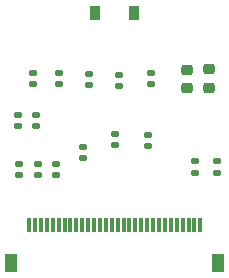
<source format=gbp>
G04 #@! TF.GenerationSoftware,KiCad,Pcbnew,6.0.2+dfsg-1*
G04 #@! TF.CreationDate,2022-09-13T11:12:48+08:00*
G04 #@! TF.ProjectId,epaper-102,65706170-6572-42d3-9130-322e6b696361,rev?*
G04 #@! TF.SameCoordinates,Original*
G04 #@! TF.FileFunction,Paste,Bot*
G04 #@! TF.FilePolarity,Positive*
%FSLAX46Y46*%
G04 Gerber Fmt 4.6, Leading zero omitted, Abs format (unit mm)*
G04 Created by KiCad (PCBNEW 6.0.2+dfsg-1) date 2022-09-13 11:12:48*
%MOMM*%
%LPD*%
G01*
G04 APERTURE LIST*
G04 Aperture macros list*
%AMRoundRect*
0 Rectangle with rounded corners*
0 $1 Rounding radius*
0 $2 $3 $4 $5 $6 $7 $8 $9 X,Y pos of 4 corners*
0 Add a 4 corners polygon primitive as box body*
4,1,4,$2,$3,$4,$5,$6,$7,$8,$9,$2,$3,0*
0 Add four circle primitives for the rounded corners*
1,1,$1+$1,$2,$3*
1,1,$1+$1,$4,$5*
1,1,$1+$1,$6,$7*
1,1,$1+$1,$8,$9*
0 Add four rect primitives between the rounded corners*
20,1,$1+$1,$2,$3,$4,$5,0*
20,1,$1+$1,$4,$5,$6,$7,0*
20,1,$1+$1,$6,$7,$8,$9,0*
20,1,$1+$1,$8,$9,$2,$3,0*%
G04 Aperture macros list end*
%ADD10RoundRect,0.140000X-0.170000X0.140000X-0.170000X-0.140000X0.170000X-0.140000X0.170000X0.140000X0*%
%ADD11RoundRect,0.218750X0.256250X-0.218750X0.256250X0.218750X-0.256250X0.218750X-0.256250X-0.218750X0*%
%ADD12RoundRect,0.218750X-0.256250X0.218750X-0.256250X-0.218750X0.256250X-0.218750X0.256250X0.218750X0*%
%ADD13R,0.900000X1.200000*%
%ADD14R,0.300000X1.300000*%
%ADD15R,1.000000X1.500000*%
G04 APERTURE END LIST*
D10*
X26825000Y-85295000D03*
X26825000Y-86255000D03*
X25150000Y-81145000D03*
X25150000Y-82105000D03*
X41975000Y-85095000D03*
X41975000Y-86055000D03*
X40150000Y-85070000D03*
X40150000Y-86030000D03*
X36425000Y-77570000D03*
X36425000Y-78530000D03*
X36200000Y-82845000D03*
X36200000Y-83805000D03*
X33750000Y-77745000D03*
X33750000Y-78705000D03*
X33375000Y-82745000D03*
X33375000Y-83705000D03*
X30625000Y-83845000D03*
X30625000Y-84805000D03*
X31175000Y-77695000D03*
X31175000Y-78655000D03*
X28625000Y-77570000D03*
X28625000Y-78530000D03*
X26400000Y-77595000D03*
X26400000Y-78555000D03*
X28375000Y-85295000D03*
X28375000Y-86255000D03*
X25275000Y-85270000D03*
X25275000Y-86230000D03*
X26700000Y-81170000D03*
X26700000Y-82130000D03*
D11*
X39450000Y-78887500D03*
X39450000Y-77312500D03*
D12*
X41325000Y-77275000D03*
X41325000Y-78850000D03*
D13*
X31700000Y-72550000D03*
X35000000Y-72550000D03*
D14*
X40600000Y-90450000D03*
D15*
X24600000Y-93650000D03*
D14*
X40100000Y-90450000D03*
X39600000Y-90450000D03*
X39100000Y-90450000D03*
X38600000Y-90450000D03*
X38100000Y-90450000D03*
X37600000Y-90450000D03*
X37100000Y-90450000D03*
X36600000Y-90450000D03*
X36100000Y-90450000D03*
X35600000Y-90450000D03*
X35100000Y-90450000D03*
X34600000Y-90450000D03*
X34100000Y-90450000D03*
X33600000Y-90450000D03*
X33100000Y-90450000D03*
X32600000Y-90450000D03*
X32100000Y-90450000D03*
X31600000Y-90450000D03*
X31100000Y-90450000D03*
X30600000Y-90450000D03*
X30100000Y-90450000D03*
X29600000Y-90450000D03*
X29100000Y-90450000D03*
X28600000Y-90450000D03*
X28100000Y-90450000D03*
X27600000Y-90450000D03*
X27100000Y-90450000D03*
X26600000Y-90450000D03*
X26100000Y-90450000D03*
D15*
X42100000Y-93650000D03*
M02*

</source>
